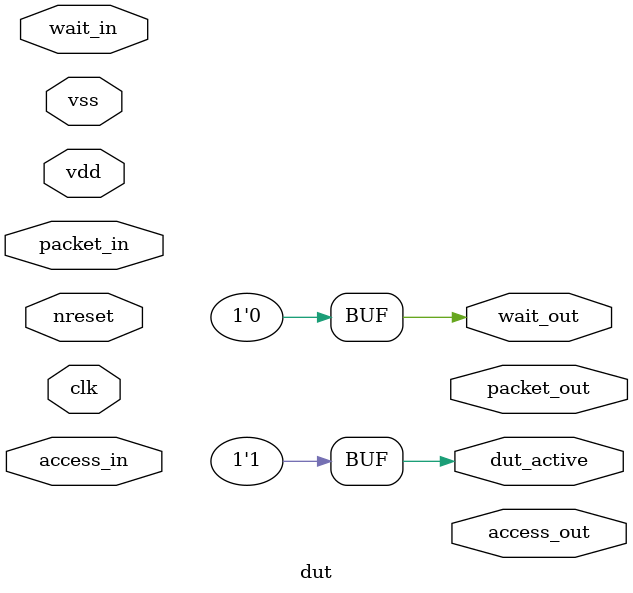
<source format=v>
module dut(/*AUTOARG*/
   // Outputs
   dut_active, wait_out, access_out, packet_out,
   // Inputs
   clk, nreset, vdd, vss, access_in, packet_in, wait_in
   );

   parameter N  = 1;
   parameter PW = 104;
      
   //clock, reset
   input            clk;
   input            nreset;
   input [N*N-1:0]  vdd;
   input 	    vss;
   output 	    dut_active;
   
   //Stimulus Driven Transaction
   input [N-1:0]     access_in;
   input [N*PW-1:0]  packet_in;
   output [N-1:0]    wait_out;

   //DUT driven transactoin
   output [N-1:0]    access_out;
   output [N*PW-1:0] packet_out;
   input [N-1:0]     wait_in;

   /*AUTOINPUT*/
   /*AUTOOUTPUT*/
   /*AUTOWIRE*/
    

   //tie offs for Dv
   assign dut_active   = 1'b1;
   assign wait_out     = 1'b0;
   
   
   oh_debouncer #(.CLKPERIOD(10))   
   oh_debouncer (.clean_out  (clean_out),
		 .nreset     (nreset),
		 .clk	     (clk),
		 .noisy_in   (packet_in[PW-1])
		 );
   
endmodule // dv_elink
// Local Variables:
// verilog-library-directories:("." "../hdl" "../../emesh/dv" "../../emesh/hdl")
// End:


</source>
